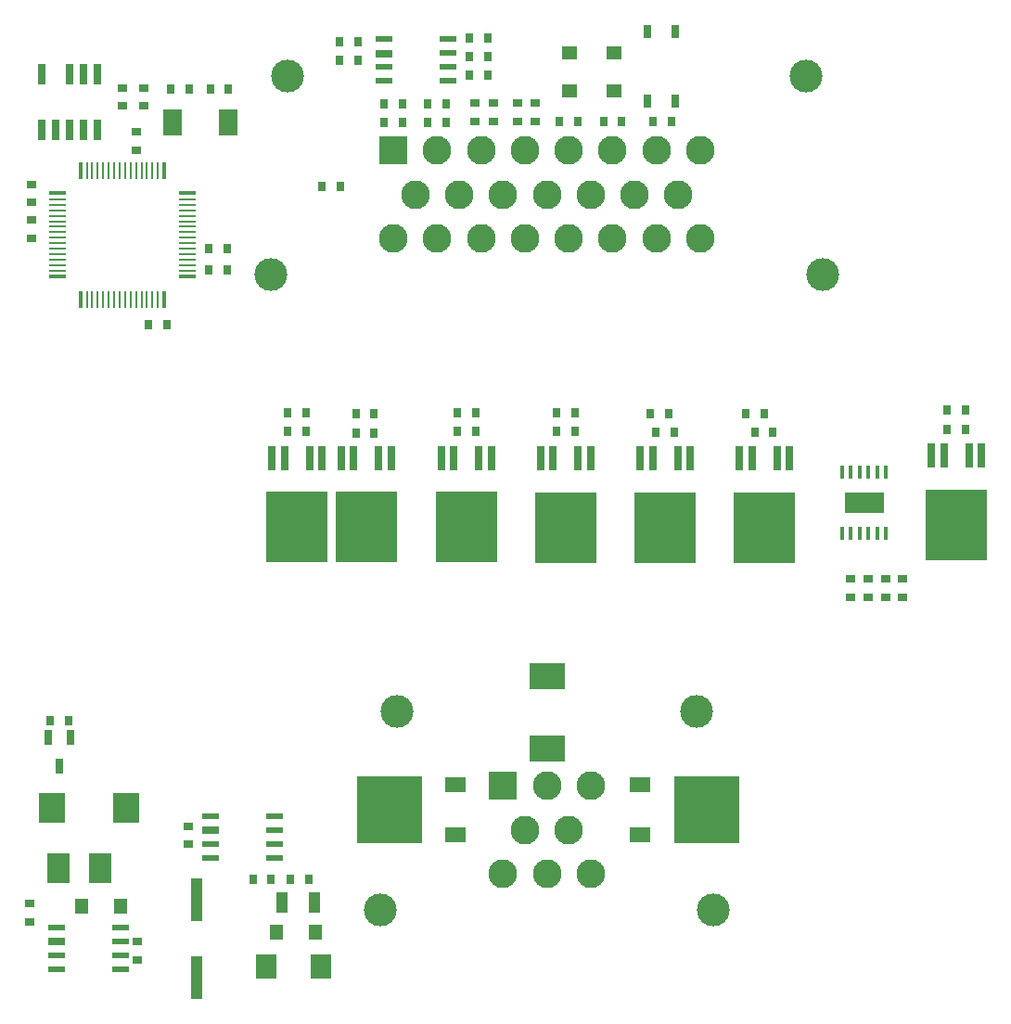
<source format=gts>
G04 #@! TF.GenerationSoftware,KiCad,Pcbnew,(2017-01-11 revision e99b79cb2)-master*
G04 #@! TF.CreationDate,2017-11-20T09:00:05+02:00*
G04 #@! TF.ProjectId,esb,6573622E6B696361645F706362000000,rev?*
G04 #@! TF.FileFunction,Soldermask,Top*
G04 #@! TF.FilePolarity,Negative*
%FSLAX46Y46*%
G04 Gerber Fmt 4.6, Leading zero omitted, Abs format (unit mm)*
G04 Created by KiCad (PCBNEW (2017-01-11 revision e99b79cb2)-master) date Mon Nov 20 09:00:05 2017*
%MOMM*%
%LPD*%
G01*
G04 APERTURE LIST*
%ADD10C,0.100000*%
%ADD11R,0.762000X0.939800*%
%ADD12R,1.297940X1.399540*%
%ADD13R,0.939800X0.762000*%
%ADD14R,0.398780X1.498600*%
%ADD15R,0.279400X1.498600*%
%ADD16R,1.498600X0.398780*%
%ADD17R,1.498600X0.279400*%
%ADD18R,0.998220X1.899920*%
%ADD19R,1.699260X2.397760*%
%ADD20R,0.635000X1.905000*%
%ADD21R,2.400000X2.700000*%
%ADD22R,0.700000X1.350000*%
%ADD23R,2.623820X2.623820*%
%ADD24C,2.623820*%
%ADD25C,2.999740*%
%ADD26R,2.000000X2.800000*%
%ADD27R,1.900000X2.179320*%
%ADD28R,0.700000X1.200000*%
%ADD29R,1.900000X1.400000*%
%ADD30R,5.970000X6.100000*%
%ADD31R,1.399540X1.297940*%
%ADD32R,1.524000X0.600000*%
%ADD33R,1.524000X0.635000*%
%ADD34R,0.998220X3.997960*%
%ADD35R,3.300000X2.400000*%
%ADD36R,0.400000X1.200000*%
%ADD37R,3.600000X1.900000*%
%ADD38R,0.800000X2.200000*%
%ADD39R,5.600000X6.400000*%
G04 APERTURE END LIST*
D10*
D11*
X177411800Y-85050000D03*
X179088200Y-85050000D03*
X142838200Y-127550000D03*
X141161800Y-127550000D03*
X146288200Y-127550000D03*
X144611800Y-127550000D03*
D12*
X146830600Y-132350000D03*
X143300000Y-132350000D03*
D13*
X135250000Y-124338200D03*
X135250000Y-122661800D03*
X129300000Y-56938200D03*
X129300000Y-55261800D03*
X131200000Y-56938200D03*
X131200000Y-55261800D03*
D14*
X125440000Y-74597880D03*
D15*
X126001340Y-74597880D03*
X126501720Y-74597880D03*
X127002100Y-74597880D03*
X127502480Y-74597880D03*
X128000320Y-74597880D03*
X128500700Y-74597880D03*
X129001080Y-74597880D03*
X129498920Y-74597880D03*
X129999300Y-74597880D03*
X130499680Y-74597880D03*
X130997520Y-74597880D03*
X131497900Y-74597880D03*
X131998280Y-74597880D03*
X132498660Y-74597880D03*
D14*
X133060000Y-74597880D03*
D16*
X135147880Y-72510000D03*
D17*
X135147880Y-71948660D03*
X135147880Y-71448280D03*
X135147880Y-70947900D03*
X135147880Y-70447520D03*
X135147880Y-69949680D03*
X135147880Y-69449300D03*
X135147880Y-68948920D03*
X135147880Y-68451080D03*
X135147880Y-67950700D03*
X135147880Y-67450320D03*
X135147880Y-66952480D03*
X135147880Y-66452100D03*
X135147880Y-65951720D03*
X135147880Y-65451340D03*
D16*
X135147880Y-64890000D03*
D14*
X133060000Y-62802120D03*
D15*
X132498660Y-62802120D03*
X131998280Y-62802120D03*
X131497900Y-62802120D03*
X130997520Y-62802120D03*
X130499680Y-62802120D03*
X129999300Y-62802120D03*
X129498920Y-62802120D03*
X129001080Y-62802120D03*
X128500700Y-62802120D03*
X128000320Y-62802120D03*
X127502480Y-62802120D03*
X127002100Y-62802120D03*
X126501720Y-62802120D03*
X126001340Y-62802120D03*
D14*
X125440000Y-62802120D03*
D16*
X123352120Y-64890000D03*
D17*
X123352120Y-65451340D03*
X123352120Y-65951720D03*
X123352120Y-66452100D03*
X123352120Y-66952480D03*
X123352120Y-67450320D03*
X123352120Y-67950700D03*
X123352120Y-68451080D03*
X123352120Y-68948920D03*
X123352120Y-69449300D03*
X123352120Y-69949680D03*
X123352120Y-70447520D03*
X123352120Y-70947900D03*
X123352120Y-71448280D03*
X123352120Y-71948660D03*
D16*
X123352120Y-72510000D03*
D13*
X120750000Y-129711800D03*
X120750000Y-131388200D03*
D11*
X122661800Y-113000000D03*
X124338200Y-113000000D03*
D13*
X120950000Y-67311800D03*
X120950000Y-68988200D03*
X120950000Y-65738200D03*
X120950000Y-64061800D03*
D11*
X131611800Y-76900000D03*
X133288200Y-76900000D03*
X137161800Y-69900000D03*
X138838200Y-69900000D03*
D13*
X130500000Y-59261800D03*
X130500000Y-60938200D03*
D11*
X138838200Y-71900000D03*
X137161800Y-71900000D03*
X138938200Y-55400000D03*
X137261800Y-55400000D03*
D18*
X146798600Y-129650000D03*
X143801400Y-129650000D03*
D19*
X138901564Y-58400000D03*
X133821564Y-58400000D03*
D13*
X130650000Y-133211800D03*
X130650000Y-134888200D03*
D11*
X133661800Y-55400000D03*
X135338200Y-55400000D03*
D20*
X126940000Y-54060000D03*
X126940000Y-59140000D03*
X125670000Y-54060000D03*
X125670000Y-59140000D03*
X124400000Y-54060000D03*
X124400000Y-59140000D03*
X123130000Y-59140000D03*
X121860000Y-54060000D03*
X121860000Y-59140000D03*
D21*
X122800000Y-121000000D03*
X129600000Y-121000000D03*
D22*
X124500000Y-114600000D03*
X122500000Y-114600000D03*
X123500000Y-117200000D03*
D23*
X154000260Y-60999580D03*
D24*
X157998220Y-60999580D03*
X161998720Y-60999580D03*
X165999220Y-60999580D03*
X169997180Y-60999580D03*
X173997680Y-60999580D03*
X177998180Y-60999580D03*
X181996140Y-60999580D03*
X155999240Y-64997540D03*
X159999740Y-64997540D03*
X164000240Y-64997540D03*
X167998200Y-64997540D03*
X171996160Y-64997540D03*
X175996660Y-64997540D03*
X179997160Y-64997540D03*
X154000260Y-68995500D03*
X157998220Y-68995500D03*
X161998720Y-68995500D03*
X165999220Y-68995500D03*
X169997180Y-68995500D03*
X173997680Y-68995500D03*
X177998180Y-68995500D03*
X181996140Y-68995500D03*
D25*
X144300000Y-54200000D03*
X191696400Y-54200000D03*
X142798860Y-72297500D03*
X193197540Y-72297500D03*
D23*
X164000260Y-118999580D03*
D24*
X167998220Y-118999580D03*
X171996180Y-118999580D03*
X165999240Y-122997540D03*
X169997200Y-122997540D03*
X164000260Y-126995500D03*
X167998220Y-126995500D03*
X171996180Y-126995500D03*
D25*
X154300000Y-112200000D03*
X181696440Y-112200000D03*
X183197580Y-130297500D03*
X152798860Y-130297500D03*
D26*
X127200000Y-126500000D03*
X123400000Y-126500000D03*
D27*
X147400000Y-135450000D03*
X142400000Y-135450000D03*
D12*
X125534700Y-130000000D03*
X129065300Y-130000000D03*
D28*
X177200000Y-56500000D03*
X179740000Y-56500000D03*
X179740000Y-50100000D03*
X177200000Y-50100000D03*
D29*
X176515000Y-118910000D03*
X176515000Y-123490000D03*
D30*
X182600000Y-121200000D03*
D29*
X159685000Y-123490000D03*
X159685000Y-118910000D03*
D30*
X153600000Y-121200000D03*
D31*
X170100000Y-52034700D03*
X170100000Y-55565300D03*
X174100000Y-55565300D03*
X174100000Y-52034700D03*
D11*
X169161800Y-58300000D03*
X170838200Y-58300000D03*
X174838200Y-58300000D03*
X173161800Y-58300000D03*
D32*
X137279000Y-121745000D03*
D33*
X137279000Y-123050000D03*
D32*
X137279000Y-124285000D03*
X137279000Y-125555000D03*
X143121000Y-125555000D03*
X143121000Y-124285000D03*
X143121000Y-123015000D03*
X143121000Y-121745000D03*
X129080610Y-131876856D03*
X129080610Y-133146856D03*
X129080610Y-134416856D03*
X129080610Y-135686856D03*
X123238610Y-135686856D03*
X123238610Y-134416856D03*
D33*
X123238610Y-133181856D03*
D32*
X123238610Y-131876856D03*
D34*
X136050000Y-136498380D03*
X136050000Y-129401620D03*
D35*
X168000000Y-115550000D03*
X168000000Y-108950000D03*
D11*
X147450000Y-64300000D03*
X149126400Y-64300000D03*
D13*
X198900000Y-100111800D03*
X198900000Y-101788200D03*
X200500000Y-100111800D03*
X200500000Y-101788200D03*
X197300000Y-100111800D03*
X197300000Y-101788200D03*
X195700000Y-101788200D03*
X195700000Y-100111800D03*
D11*
X179388200Y-58350000D03*
X177711800Y-58350000D03*
X204511800Y-84700000D03*
X206188200Y-84700000D03*
X206188200Y-86450000D03*
X204511800Y-86450000D03*
X179638200Y-86700000D03*
X177961800Y-86700000D03*
X186161800Y-85050000D03*
X187838200Y-85050000D03*
X188638200Y-86700000D03*
X186961800Y-86700000D03*
X159861800Y-84900000D03*
X161538200Y-84900000D03*
X161531695Y-86595667D03*
X159855295Y-86595667D03*
X170588200Y-84950000D03*
X168911800Y-84950000D03*
X170588200Y-86600000D03*
X168911800Y-86600000D03*
X150561800Y-85050000D03*
X152238200Y-85050000D03*
X150561800Y-86750000D03*
X152238200Y-86750000D03*
D36*
X194950000Y-95950000D03*
X195750000Y-95950000D03*
X196550000Y-95950000D03*
X197350000Y-95950000D03*
X198150000Y-95950000D03*
X198950000Y-95950000D03*
X198950000Y-90350000D03*
X198150000Y-90350000D03*
X197350000Y-90350000D03*
X196550000Y-90350000D03*
X195750000Y-90350000D03*
X194950000Y-90350000D03*
D37*
X196950000Y-93150000D03*
D38*
X207670000Y-88850000D03*
X206530000Y-88850000D03*
X204250000Y-88850000D03*
X203110000Y-88850000D03*
D39*
X205390000Y-95150000D03*
D38*
X181071573Y-89107878D03*
X179931573Y-89107878D03*
X177651573Y-89107878D03*
X176511573Y-89107878D03*
D39*
X178791573Y-95407878D03*
X187860000Y-95400000D03*
D38*
X185580000Y-89100000D03*
X186720000Y-89100000D03*
X189000000Y-89100000D03*
X190140000Y-89100000D03*
X162940000Y-89050000D03*
X161800000Y-89050000D03*
X159520000Y-89050000D03*
X158380000Y-89050000D03*
D39*
X160660000Y-95350000D03*
X169712001Y-95405899D03*
D38*
X167432001Y-89105899D03*
X168572001Y-89105899D03*
X170852001Y-89105899D03*
X171992001Y-89105899D03*
D39*
X151500000Y-95350000D03*
D38*
X149220000Y-89050000D03*
X150360000Y-89050000D03*
X152640000Y-89050000D03*
X153780000Y-89050000D03*
D11*
X144361800Y-84950000D03*
X146038200Y-84950000D03*
X144361800Y-86600000D03*
X146038200Y-86600000D03*
D38*
X147460742Y-89075679D03*
X146320742Y-89075679D03*
X144040742Y-89075679D03*
X142900742Y-89075679D03*
D39*
X145180742Y-95375679D03*
D11*
X162638200Y-50750000D03*
X160961800Y-50750000D03*
D13*
X161400000Y-56661800D03*
X161400000Y-58338200D03*
X166950000Y-58338200D03*
X166950000Y-56661800D03*
X165300000Y-58338200D03*
X165300000Y-56661800D03*
X163100000Y-56661800D03*
X163100000Y-58338200D03*
D11*
X149086800Y-52725000D03*
X150763200Y-52725000D03*
X162638200Y-54075000D03*
X160961800Y-54075000D03*
X150788200Y-51100000D03*
X149111800Y-51100000D03*
X160961800Y-52400000D03*
X162638200Y-52400000D03*
X154788200Y-58400000D03*
X153111800Y-58400000D03*
X157111800Y-58450000D03*
X158788200Y-58450000D03*
X154788200Y-56750000D03*
X153111800Y-56750000D03*
X158788200Y-56750000D03*
X157111800Y-56750000D03*
D32*
X158971000Y-50845000D03*
X158971000Y-52115000D03*
X158971000Y-53385000D03*
X158971000Y-54655000D03*
X153129000Y-54655000D03*
X153129000Y-53385000D03*
D33*
X153129000Y-52150000D03*
D32*
X153129000Y-50845000D03*
M02*

</source>
